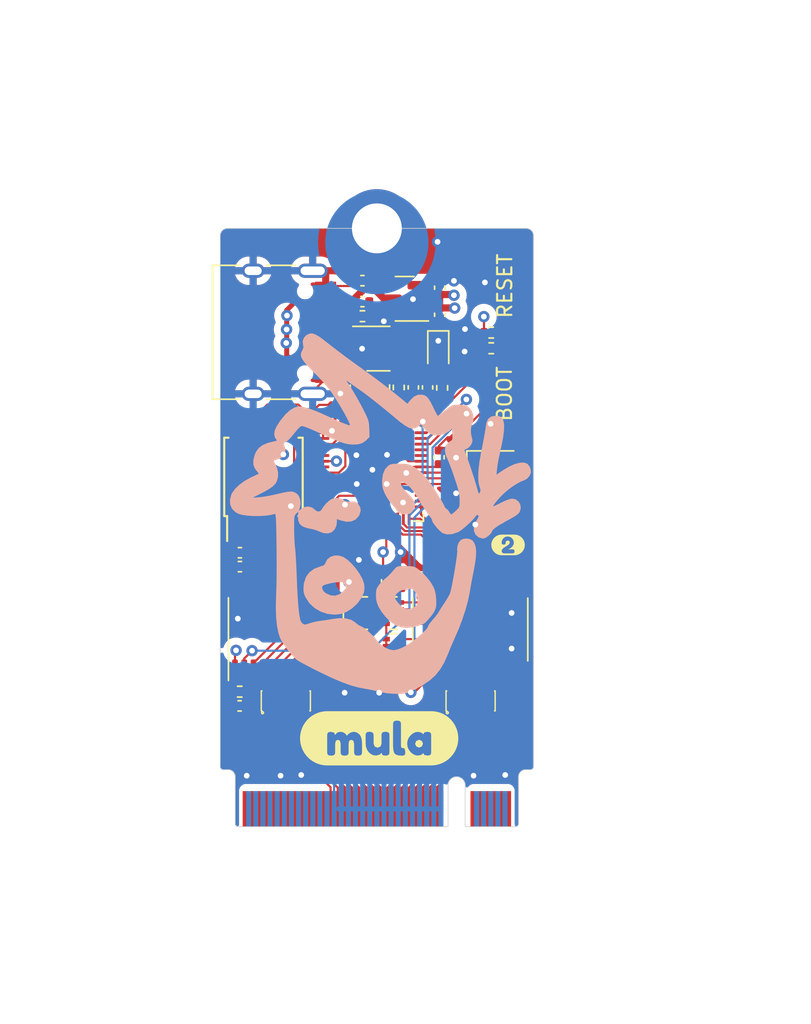
<source format=kicad_pcb>
(kicad_pcb (version 20221018) (generator pcbnew)
  (layers (0 "F.Cu" signal) (1 "In1.Cu" signal) (2 "In2.Cu" signal) (31 "B.Cu" signal) (34 "B.Paste" user) (35 "F.Paste" user) (36 "B.SilkS" user "B.Silkscreen") (37 "F.SilkS" user "F.Silkscreen") (38 "B.Mask" user) (39 "F.Mask" user) (44 "Edge.Cuts" user))
  (net 0 "")
  (net 1 "GND")
  (net 2 "Net-(U102-XIN)")
  (net 3 "Net-(U102-XOUT)")
  (net 4 "/USBD_P")
  (net 5 "/USBD_N")
  (net 6 "+3V3")
  (net 7 "+5V")
  (net 8 "Net-(J101-CC1)")
  (net 10 "Net-(J101-CC2)")
  (net 12 "/IO4")
  (net 13 "/IO5")
  (net 14 "/IO6")
  (net 15 "/IO7")
  (net 16 "/xIO7")
  (net 17 "/xIO6")
  (net 18 "/xIO5")
  (net 19 "/xIO4")
  (net 20 "/IO8")
  (net 21 "/IO9")
  (net 22 "/IO10")
  (net 23 "/IO11")
  (net 24 "/xIO11")
  (net 25 "/xIO10")
  (net 26 "/xIO9")
  (net 27 "/xIO8")
  (net 28 "/IO12")
  (net 29 "/IO13")
  (net 30 "/IO14")
  (net 31 "/IO15")
  (net 32 "/xIO15")
  (net 33 "/xIO14")
  (net 34 "/xIO13")
  (net 35 "/xIO12")
  (net 36 "/IO0")
  (net 37 "/IO1")
  (net 38 "/IO2")
  (net 39 "/IO3")
  (net 40 "/xIO3")
  (net 41 "/xIO2")
  (net 42 "/xIO1")
  (net 43 "/xIO0")
  (net 44 "Net-(R101-Pad1)")
  (net 45 "Net-(U102-USB_DP)")
  (net 46 "Net-(U102-USB_DM)")
  (net 47 "Net-(U102-RUN)")
  (net 48 "/BANK1_DIR")
  (net 49 "/BANK2_DIR")
  (net 50 "/GPIO0")
  (net 51 "/GPIO1")
  (net 52 "/GPIO2")
  (net 53 "/GPIO3")
  (net 54 "/GPIO4")
  (net 55 "/GPIO5")
  (net 56 "/GPIO6")
  (net 57 "/GPIO7")
  (net 58 "/GPIO8")
  (net 59 "/GPIO9")
  (net 60 "/GPIO10")
  (net 61 "/GPIO11")
  (net 62 "/GPIO12")
  (net 63 "/GPIO13")
  (net 64 "/GPIO14")
  (net 65 "/GPIO15")
  (net 66 "Net-(U102-VREG_VOUT)")
  (net 80 "/QSPI_CS")
  (net 81 "/QSPI_D1")
  (net 82 "/QSPI_D2")
  (net 83 "/QSPI_D0")
  (net 84 "/QSPI_CLK")
  (net 85 "/QSPI_D3")
  (net 88 "Net-(D101-A)")
  (net 89 "Net-(U102-GPIO18)")
  (footprint "Fiducial:Fiducial_0.5mm_Mask1mm" (layer "F.Cu") (at 129.875 109.05)
    (fp_text reference "FID102" hide)
    (fp_text value "Fiducial")
  )
  (footprint "Capacitor_SMD:C_0402_1005Metric" (layer "F.Cu") (at 130.35 105.425)
    (fp_text reference "C115" hide)
    (fp_text value "100n")
  )
  (footprint "Diode_SMD:D_0603_1608Metric" (layer "F.Cu") (at 144.3 80.5875 -90)
    (fp_text reference "D101" hide)
    (fp_text value "LED")
  )
  (footprint "matei:TS-1187A-B-A-B" (layer "F.Cu") (at 148.045 75.97 90)
    (fp_text reference "SW102" hide)
    (fp_text value "RESET")
  )
  (footprint "Resistor_SMD:R_0402_1005Metric" (layer "F.Cu") (at 141.525 83.075 -90)
    (fp_text reference "R105" hide)
    (fp_text value "27R")
  )
  (footprint "Capacitor_SMD:C_0402_1005Metric" (layer "F.Cu") (at 148.725 92.175)
    (fp_text reference "C101" hide)
    (fp_text value "20p")
  )
  (footprint "Resistor_SMD:R_0402_1005Metric" (layer "F.Cu") (at 140.5 83.05 -90)
    (fp_text reference "R104" hide)
    (fp_text value "27R")
  )
  (footprint "kibuzzard-64C8408B" (layer "F.Cu") (at 149.2 94.125)
    (fp_text reference "kibuzzard-64C8408B" hide)
    (fp_text value "G***" hide)
  )
  (footprint "Package_SO:TSSOP-24_4.4x7.8mm_P0.65mm" (layer "F.Cu") (at 146.55 100.0625 90)
    (fp_text reference "U106" hide)
    (fp_text value "SN74LVC4245")
  )
  (footprint "matei:M.2-B-KEY" (layer "F.Cu") (at 139.9875 113.905)
    (fp_text reference "J102" hide)
    (fp_text value "M.2" hide)
    (fp_line (start -11 -41.5) (end -11 -4.2) (stroke (width 0.05)) (layer "Edge.Cuts"))
    (fp_line (start -10.8 -4) (end -10.45 -4) (stroke (width 0.05)) (layer "Edge.Cuts"))
    (fp_line (start -9.95 -3.5) (end -9.95 -0.2) (stroke (width 0.05)) (layer "Edge.Cuts"))
    (fp_line (start -9.75 0) (end 5 0) (stroke (width 0.05)) (layer "Edge.Cuts"))
    (fp_line (start 5 -2.9) (end 5 0) (stroke (width 0.05)) (layer "Edge.Cuts"))
    (fp_line (start 6.2 -2.9) (end 6.2 0) (stroke (width 0.05)) (layer "Edge.Cuts"))
    (fp_line (start 6.2 0) (end 9.75 0) (stroke (width 0.05)) (layer "Edge.Cuts"))
    (fp_line (start 9.95 -0.2) (end 9.95 -3.5) (stroke (width 0.05)) (layer "Edge.Cuts"))
    (fp_line (start 10.45 -4) (end 10.8 -4) (stroke (width 0.05)) (layer "Edge.Cuts"))
    (fp_line (start 10.5 -42) (end -10.5 -42) (stroke (width 0.05)) (layer "Edge.Cuts"))
    (fp_line (start 11 -4.2) (end 11 -41.5) (stroke (width 0.05)) (layer "Edge.Cuts"))
    (fp_arc (start -11 -41.5) (mid -10.853553 -41.853553) (end -10.5 -42) (stroke (width 0.05)) (layer "Edge.Cuts"))
    (fp_arc (start -10.8 -4) (mid -10.941421 -4.058579) (end -11 -4.2) (stroke (width 0.05)) (layer "Edge.Cuts"))
    (fp_arc (start -10.45 -4) (mid -10.096447 -3.853553) (end -9.95 -3.5) (stroke (width 0.05)) (layer "Edge.Cuts"))
    (fp_arc (start -9.75 0) (mid -9.891421 -0.058579) (end -9.95 -0.2) (stroke (width 0.05)) (layer "Edge.Cuts"))
    (fp_arc (start 5 -2.9) (mid 5.175736 -3.324264) (end 5.6 -3.5) (stroke (width 0.05)) (layer "Edge.Cuts"))
    (fp_arc (start 5.6 -3.5) (mid 6.024264 -3.324264) (end 6.2 -2.9) (stroke (width 0.05)) (layer "Edge.Cuts"))
    (fp_arc (start 9.95 -3.5) (mid 10.096447 -3.853553) (end 10.45 -4) (stroke (width 0.05)) (layer "Edge.Cuts"))
    (fp_arc (start 9.95 -0.2) (mid 9.891421 -0.058579) (end 9.75 0) (stroke (width 0.05)) (layer "Edge.Cuts"))
    (fp_arc (start 10.5 -42) (mid 10.853553 -41.853553) (end 11 -41.5) (stroke (width 0.05)) (layer "Edge.Cuts"))
    (fp_arc (start 11 -4.2) (mid 10.941421 -4.058579) (end 10.8 -4) (stroke (width 0.05)) (layer "Edge.Cuts"))
  )
  (footprint "Capacitor_SMD:C_0402_1005Metric" (layer "F.Cu") (at 144.4 76.07 90)
    (fp_text reference "C114" hide)
    (fp_text value "4u7")
  )
  (footprint "Package_SO:SOIC-8W_5.3x5.3mm_P1.27mm" (layer "F.Cu") (at 132.025 89.35 90)
    (fp_text reference "U101" hide)
    (fp_text value "W25Q128JVS")
  )
  (footprint "Resistor_SMD:R_0402_1005Metric" (layer "F.Cu") (at 130.355 104.425)
    (fp_text reference "R107" hide)
    (fp_text value "10k")
  )
  (footprint "Package_TO_SOT_SMD:SOT-23" (layer "F.Cu") (at 141.9375 76.845 180)
    (fp_text reference "U104" hide)
    (fp_text value "XC6206")
  )
  (footprint "Resistor_SMD:R_0402_1005Metric" (layer "F.Cu") (at 144.575 83.1 90)
    (fp_text reference "R109" hide)
    (fp_text value "10k")
  )
  (footprint "Capacitor_SMD:C_0402_1005Metric" (layer "F.Cu") (at 130.37 95.65 180)
    (fp_text reference "C105" hide)
    (fp_text value "100n")
  )
  (footprint "Resistor_SMD:R_0402_1005Metric" (layer "F.Cu") (at 138.4925 83.065 -90)
    (fp_text reference "R103" hide)
    (fp_text value "5k1")
  )
  (footprint "Package_SO:TSSOP-24_4.4x7.8mm_P0.65mm" (layer "F.Cu") (at 133.6 100.0375 90)
    (fp_text reference "U105" hide)
    (fp_text value "SN74LVC4245")
  )
  (footprint "matei:TS-1187A-B-A-B" (layer "F.Cu") (at 148.02 83.57 90)
    (fp_text reference "SW101" hide)
    (fp_text value "BOOT")
  )
  (footprint "Capacitor_SMD:C_0402_1005Metric" (layer "F.Cu") (at 130.37 94.675 180)
    (fp_text reference "C106" hide)
    (fp_text value "100n")
  )
  (footprint "Capacitor_SMD:C_0402_1005Metric" (layer "F.Cu") (at 142.55 83.07 -90)
    (fp_text reference "C103" hide)
    (fp_text value "47p")
  )
  (footprint "Capacitor_SMD:C_0402_1005Metric" (layer "F.Cu") (at 141.675 96.675 -90)
    (fp_text reference "C112" hide)
    (fp_text value "100n")
  )
  (footprint "Capacitor_SMD:C_0402_1005Metric" (layer "F.Cu") (at 139.4825 83.055 -90)
    (fp_text reference "C104" hide)
    (fp_text value "47p")
  )
  (footprint "Resistor_SMD:R_0402_1005Metric" (layer "F.Cu") (at 148.02 79.22)
    (fp_text reference "R106" hide)
    (fp_text value "10k")
  )
  (footprint "Fiducial:Fiducial_0.5mm_Mask1mm" (layer "F.Cu") (at 150.125 109.075)
    (fp_text reference "FID103" hide)
    (fp_text value "Fiducial")
  )
  (footprint "easyeda2kicad:UDFN-16_L3.3-W1.4-P0.40-BL-EP" (layer "F.Cu") (at 133.6 105.075)
    (fp_text reference "L101" hide)
    (fp_text value "IP4252CZ16-8-TTL,1")
  )
  (footprint "Capacitor_SMD:C_0402_1005Metric" (layer "F.Cu") (at 140.675 96.675 -90)
    (fp_text reference "C107" hide)
    (fp_text value "100n")
  )
  (footprint "Package_TO_SOT_SMD:SOT-23-6" (layer "F.Cu") (at 140.1 80.345)
    (fp_text reference "U103" hide)
    (fp_text value "SRV05-4")
  )
  (footprint "Resistor_SMD:R_Array_Concave_4x0402" (layer "F.Cu") (at 141.15 98.9125 180)
    (fp_text reference "RN101" hide)
    (fp_text value "150k")
  )
  (footprint "Capacitor_SMD:C_0402_1005Metric" (layer "F.Cu") (at 148.15 86.85 180)
    (fp_text reference "C102" hide)
    (fp_text value "20p")
  )
  (footprint "Resistor_SMD:R_0402_1005Metric" (layer "F.Cu") (at 148.02 80.32 180)
    (fp_text reference "R101" hide)
    (fp_text value "1k")
  )
  (footprint "Resistor_SMD:R_Array_Concave_4x0402" (layer "F.Cu") (at 139.075 98.9125)
    (fp_text reference "RN104" hide)
    (fp_text value "150k")
  )
  (footprint "Capacitor_SMD:C_0402_1005Metric" (layer "F.Cu") (at 143.55 83.07 90)
    (fp_text reference "C111" hide)
    (fp_text value "100n")
  )
  (footprint "Capacitor_SMD:C_0402_1005Metric" (layer "F.Cu") (at 144.35 87.975 90)
    (fp_text reference "C109" hide)
    (fp_text value "100n")
  )
  (footprint "Capacitor_SMD:C_0402_1005Metric" (layer "F.Cu") (at 138.975 77.045)
    (fp_text reference "C110" hide)
    (fp_text value "1u")
  )
  (footprint "easyeda2kicad:UDFN-16_L3.3-W1.4-P0.40-BL-EP" (layer "F.Cu") (at 146.575 105.075)
    (fp_text reference "L102" hide)
    (fp_text value "IP4252CZ16-8-TTL,1")
  )
  (footprint "kibuzzard-64C5EFF0" (layer "F.Cu") (at 140.15 107.7)
    (fp_text reference "kibuzzard-64C5EFF0" hide)
    (fp_text value "G***" hide)
  )
  (footprint "Crystal:Crystal_SMD_3225-4Pin_3.2x2.5mm" (layer "F.Cu") (at 147.95 89.525 -90)
    (fp_text reference "Y101" hide)
    (fp_text value "12MHz")
  )
  (footprint "Resistor_SMD:R_Array_Concave_4x0402" (layer "F.Cu") (at 139.075 101.4875)
    (fp_text reference "RN102" hide)
    (fp_text value "150k")
  )
  (footprint "Fiducial:Fiducial_0.5mm_Mask1mm" (layer "F.Cu") (at 129.95 72.875)
    (fp_text reference "FID101" hide)
    (fp_text value "Fiducial")
  )
  (footprint "Resistor_SMD:R_0402_1005Metric" (layer "F.Cu") (at 138.975 78.07)
    (fp_text reference "R102" hide)
    (fp_text value "5k1")
  )
  (footprint "Resistor_SMD:R_0402_1005Metric" (layer "F.Cu") (at 141.125 103.45)
    (fp_text reference "R108" hide)
    (fp_text value "10k")
  )
  (footprint "Package_DFN_QFN:QFN-56-1EP_7x7mm_P0.4mm_EP3.2x3.2mm" (layer "F.Cu") (at 139.65 88.85 90)
    (fp_text reference "U102" hide)
    (fp_text value "RP2040")
  )
  (footprint "Capacitor_SMD:C_0402_1005Metric" (layer "F.Cu") (at 139.195 103.45 180)
    (fp_text reference "C116" hide)
    (fp_text value "100n")
  )
  (footprint "Capacitor_SMD:C_0402_1005Metric" (layer "F.Cu") (at 138.975 75.575 180)
    (fp_text reference "C108" hide)
    (fp_text value "4u7")
  )
  (footprint "Capacitor_SMD:C_0402_1005Metric" (layer "F.Cu") (at 144.4 77.97 -90)
    (fp_text reference "C113" hide)
    (fp_text value "1u")
  )
  (footprint "Resistor_SMD:R_Array_Concave_4x0402" (layer "F.Cu") (at 141.15 101.4875 180)
    (fp_text reference "RN103" hide)
    (fp_text value "150k")
  )
  (footprint "Connector_USB:USB_C_Receptacle_HRO_TYPE-C-31-M-12" (layer "F.Cu") (at 132.35 79.2 -90)
    (fp_text reference "J101" hide)
    (fp_text value "USB_C_Receptacle_USB2.0")
  )
  (footprint "LOGO" (layer "B.Cu") (at 139.9875 91.655 180)
    (fp_text reference "G***" hide)
    (fp_text value "LOGO" hide)
  )
  (segment (start 138.4 103.45) (end 137.85 102.9) (width 0.15) (layer "F.Cu") (net 1))
  (segment (start 145.4 74.875) (end 146.17 74.105) (width 0.15) (layer "F.Cu") (net 1))
  (segment (start 147.1 90.625) (end 145.675 90.625) (width 0.15) (layer "F.Cu") (net 1))
  (segment (start 139.485 78.07) (end 140.12 78.07) (width 0.15) (layer "F.Cu") (net 1))
  (segment (start 144.4 78.45) (end 144.92 78.97) (width 0.15) (layer "F.Cu") (net 1))
  (segment (start 146.575 105.075) (end 148.725 105.075) (width 0.25) (layer "F.Cu") (net 1))
  (segment (start 143.88033 96.1875) (end 144.275 96.58217) (width 0.25) (layer "F.Cu") (net 1))
  (segment (start 143.375 79.8) (end 144.3 79.8) (width 0.15) (layer "F.Cu") (net 1))
  (segment (start 144.3 79.8) (end 144.92 79.18) (width 0.15) (layer "F.Cu") (net 1))
  (segment (start 129.89 95.65) (end 129.175 96.365) (width 0.25) (layer "F.Cu") (net 1))
  (segment (start 138.495 75.575) (end 138.12 75.95) (width 0.15) (layer "F.Cu") (net 1))
  (segment (start 143.0875 89.85) (end 144.9 89.85) (width 0.15) (layer "F.Cu") (net 1))
  (segment (start 144.35 87.495) (end 144.35 87.175) (width 0.15) (layer "F.Cu") (net 1))
  (segment (start 146.175 78.975) (end 146.17 78.97) (width 0.15) (layer "F.Cu") (net 1))
  (segment (start 135.48 83.52) (end 135.48 83.365) (width 0.15) (layer "F.Cu") (net 1))
  (segment (start 144.955 86.57) (end 146.145 86.57) (width 0.15) (layer "F.Cu") (net 1))
  (segment (start 141.6505 94.9755) (end 142.8625 96.1875) (width 0.25) (layer "F.Cu") (net 1))
  (segment (start 144.275 96.58217) (end 144.275 97.2) (width 0.25) (layer "F.Cu") (net 1))
  (segment (start 131.05 98.525) (end 131.325 98.25) (width 0.25) (layer "F.Cu") (net 1))
  (segment (start 136.395 82.45) (end 137.3675 82.45) (width 0.15) (layer "F.Cu") (net 1))
  (segment (start 138.5325 83.535) (end 138.4925 83.575) (width 0.15) (layer "F.Cu") (net 1))
  (segment (start 142.8625 96.1875) (end 143.88033 96.1875) (width 0.25) (layer "F.Cu") (net 1))
  (segment (start 142.875 77.225) (end 142.525 76.875) (width 0.15) (layer "F.Cu") (net 1))
  (segment (start 142.975 82.015) (end 142.975 80.2) (width 0.15) (layer "F.Cu") (net 1))
  (segment (start 129.175 98.125) (end 129.575 98.525) (width 0.25) (layer "F.Cu") (net 1))
  (segment (start 139.4825 83.535) (end 138.5325 83.535) (width 0.15) (layer "F.Cu") (net 1))
  (segment (start 141.6505 94.625) (end 141.6505 94.9755) (width 0.25) (layer "F.Cu") (net 1))
  (segment (start 135.48 83.52) (end 137.4005 83.52) (width 0.15) (layer "F.Cu") (net 1))
  (segment (start 141.925 97.155) (end 140.68 97.155) (width 0.15) (layer "F.Cu") (net 1))
  (segment (start 146.145 86.57) (end 146.145 87.405) (width 0.15) (layer "F.Cu") (net 1))
  (segment (start 142.875 77.795) (end 142.875 77.225) (width 0.15) (layer "F.Cu") (net 1))
  (segment (start 146.145 80.57) (end 146.145 80.555) (width 0.15) (layer "F.Cu") (net 1))
  (segment (start 146.15 80.55) (end 146.145 80.545) (width 0.15) (layer "F.Cu") (net 1))
  (segment (start 129.575 98.525) (end 131.05 98.525) (width 0.25) (layer "F.Cu") (net 1))
  (segment (start 133.93 93) (end 133.93 91.42) (width 0.15) (layer "F.Cu") (net 1))
  (segment (start 129.89 95.65) (end 129.89 94.675) (width 0.25) (layer "F.Cu") (net 1))
  (segment (start 137.4005 83.52) (end 137.425 83.4955) (width 0.15) (layer "F.Cu") (net 1))
  (segment (start 144.35 87.175) (end 144.955 86.57) (width 0.15) (layer "F.Cu") (net 1))
  (segment (start 131.325 98.25) (end 131.325 97.175) (width 0.25) (layer "F.Cu") (net 1))
  (segment (start 138.495 75.575) (end 137.8 74.88) (width 0.15) (layer "F.Cu") (net 1))
  (segment (start 137.725 104.5) (end 137.175 103.95) (width 0.15) (layer "F.Cu") (net 1))
  (segment (start 138.12 75.95) (end 136.395 75.95) (width 0.15) (layer "F.Cu") (net 1))
  (segment (start 148.63 86.28) (end 148.63 86.85) (width 0.15) (layer "F.Cu") (net 1))
  (segment (start 145.675 90.625) (end 145.55 90.5) (width 0.15) (layer "F.Cu") (net 1))
  (segment (start 144.9 89.85) (end 145.55 90.5) (width 0.15) (layer "F.Cu") (net 1))
  (segment (start 139.455 77.045) (end 139.455 78.04) (width 0.15) (layer "F.Cu") (net 1))
  (segment (start 150.125 97.2) (end 150.125 98.225) (width 0.25) (layer "F.Cu") (net 1))
  (segment (start 143.0875 89.85) (end 140.675 89.85) (width 0.15) (layer "F.Cu") (net 1))
  (segment (start 137.175 96.691116) (end 138.691116 95.175) (width 0.15) (layer "F.Cu") (net 1))
  (segment (start 142.875 77.795) (end 143.745 77.795) (width 0.15) (layer "F.Cu") (net 1))
  (segment (start 145.4 75.59) (end 144.4 75.59) (width 0.15) (layer "F.Cu") (net 1))
  (segment (start 144.92 78.97) (end 146.175 78.975) (width 0.15) (layer "F.Cu") (net 1))
  (segment (start 140.12 78.07) (end 140.475 78.425) (width 0.15) (layer "F.Cu") (net 1))
  (segment (start 145.4 75.59) (end 145.4 74.875) (width 0.15) (layer "F.Cu") (net 1))
  (segment (start 137.8 74.88) (end 135.48 74.88) (width 0.15) (layer "F.Cu") (net 1))
  (segment (start 142.975 80.2) (end 143.375 79.8) (width 0.15) (layer "F.Cu") (net 1))
  (segment (start 137.725 104.5) (end 140.15 104.5) (width 0.15) (layer "F.Cu") (net 1))
  (segment (start 139.455 78.04) (end 139.485 78.07) (width 0.15) (layer "F.Cu") (net 1))
  (segment (start 147.975 85.625) (end 148.63 86.28) (width 0.15) (layer "F.Cu") (net 1))
  (segment (start 144.92 79.18) (end 144.92 78.97) (width 0.15) (layer "F.Cu") (net 1))
  (segment (start 146.145 87.405) (end 145.55 88) (width 0.15) (layer "F.Cu") (net 1))
  (segment (start 146.145 80.555) (end 146.15 80.55) (width 0.15) (layer "F.Cu") (net 1))
  (segment (start 137.85 102.9) (end 137.175 102.9) (width 0.15) (layer "F.Cu") (net 1))
  (segment (start 133.6 105.075) (end 135.6 105.075) (width 0.25) (layer "F.Cu") (net 1))
  (segment (start 146.145 78.995) (end 146.17 78.97) (width 0.15) (layer "F.Cu") (net 1))
  (segment (start 137.175 97.175) (end 137.175 96.691116) (width 0.15) (layer "F.Cu") (net 1))
  (segment (start 146.17 74.105) (end 146.17 72.97) (width 0.15) (layer "F.Cu") (net 1))
  (segment (start 137.175 102.9) (end 136.525 102.9) (width 0.15) (layer "F.Cu") (net 1))
  (segment (start 150.125 102.925) (end 150.125 102.075) (width 0.25) (layer "F.Cu") (net 1))
  (segment (start 143.55 82.59) (end 142.975 82.015) (width 0.15) (layer "F.Cu") (net 1))
  (segment (start 143.745 77.795) (end 144.4 78.45) (width 0.15) (layer "F.Cu") (net 1))
  (segment (start 142.55 83.55) (end 142.59 83.55) (width 0.15) (layer "F.Cu") (net 1))
  (segment (start 138.715 103.45) (end 138.4 103.45) (width 0.15) (layer "F.Cu") (net 1))
  (segment (start 150.125 102.075) (end 149.45 101.4) (width 0.25) (layer "F.Cu") (net 1))
  (segment (start 142.59 83.55) (end 143.55 82.59) (width 0.15) (layer "F.Cu") (net 1))
  (segment (start 140.675 89.85) (end 140.65 89.85) (width 0.15) (layer "F.Cu") (net 1))
  (segment (start 146.575 105.075) (end 144.35 105.075) (width 0.25) (layer "F.Cu") (net 1))
  (segment (start 137.175 103.95) (end 137.175 102.9) (width 0.15) (layer "F.Cu") (net 1))
  (segment (start 133.6 105.075) (end 131.825 105.075) (width 0.25) (layer "F.Cu") (net 1))
  (segment (start 129.175 96.365) (end 129.175 98.125) (width 0.25) (layer "F.Cu") (net 1))
  (segment (start 137.3675 82.45) (end 138.4925 83.575) (width 0.15) (layer "F.Cu") (net 1))
  (segment (start 135.48 83.365) (end 136.395 82.45) (width 0.15) (layer "F.Cu") (net 1))
  (segment (start 133.93 91.42) (end 133.95 91.4) (width 0.15) (layer "F.Cu") (net 1))
  (segment (start 138.691116 95.175) (end 138.725 95.175) (width 0.15) (layer "F.Cu") (net 1))
  (segment (start 150.125 98.225) (end 149.45 98.9) (width 0.25) (layer "F.Cu") (net 1))
  (via (at 140.15 104.5) (size 0.8) (drill 0.4) (layers "F.Cu" "B.Cu") (net 1))
  (via (at 134.675 110.275) (size 0.8) (drill 0.4) (layers "F.Cu" "B.Cu") (net 1))
  (via (at 146.15 80.55) (size 0.8) (drill 0.4) (layers "F.Cu" "B.Cu") (net 1))
  (via (at 146.775 110.325) (size 0.8) (drill 0.4) (layers "F.Cu" "B.Cu") (net 1))
  (via (at 138.95 80.35) (size 0.8) (drill 0.4) (layers "F.Cu" "B.Cu") (net 1))
  (via (at 146.175 78.975) (size 0.8) (drill 0.4) (layers "F.Cu" "B.Cu") (net 1))
  (via (at 145.4 75.59) (size 0.8) (drill 0.4) (layers "F.Cu" "B.Cu") (net 1))
  (via (at 147.575 75.7) (size 0.8) (drill 0.4) (layers "F.Cu" "B.Cu") (net 1))
  (via (at 149 110.275) (size 0.8) (drill 0.4) (layers "F.Cu" "B.Cu") (net 1))
  (via (at 141.6505 94.625) (size 0.8) (drill 0.4) (layers "F.Cu" "B.Cu") (net 1))
  (via (at 145.55 88) (size 0.8) (drill 0.4) (layers "F.Cu" "B.Cu") (net 1))
  (via (at 138.575 89.85) (size 0.8) (drill 0.4) (layers "F.Cu" "B.Cu") (net 1))
  (via (at 149.45 98.9) (size 0.8) (drill 0.4) (layers "F.Cu" "B.Cu") (net 1))
  (via (at 140.475 78.425) (size 0.8) (drill 0.4) (layers "F.Cu" "B.Cu") (net 1))
  (via (at 140.7 87.8) (size 0.8) (drill 0.4) (layers "F.Cu" "B.Cu") (net 1))
  (via (at 138.725 95.175) (size 0.8) (drill 0.4) (layers "F.Cu" "B.Cu") (net 1))
  (via (at 149.45 101.4) (size 0.8) (drill 0.4) (layers "F.Cu" "B.Cu") (net 1))
  (via (at 146.9 92.7) (size 0.8) (drill 0.4) (layers "F.Cu" "B.Cu") (net 1))
  (via (at 144.3 79.8) (size 0.8) (drill 0.4) (layers "F.Cu" "B.Cu") (net 1))
  (via (at 140.675 89.85) (size 0.8) (drill 0.4) (layers "F.Cu" "B.Cu") (net 1))
  (via (at 144.25 72.85) (size 0.8) (drill 0.4) (layers "F.Cu" "B.Cu") (net 1))
  (via (at 130.85 110.325) (size 0.8) (drill 0.4) (layers "F.Cu" "B.Cu") (net 1))
  (via (at 139.675 88.85) (size 0.8) (drill 0.4) (layers "F.Cu" "B.Cu") (net 1))
  (via (at 137.425 83.4955) (size 0.8) (drill 0.4) (layers "F.Cu" "B.Cu") (net 1))
  (via (at 133.225 110.325) (size 0.8) (drill 0.4) (layers "F.Cu" "B.Cu") (net 1))
  (via (at 142.525 76.875) (size 0.8) (drill 0.4) (layers "F.Cu" "B.Cu") (net 1))
  (via (at 145.55 90.5) (size 0.8) (drill 0.4) (layers "F.Cu" "B.Cu") (net 1))
  (via (at 138.55 87.825) (size 0.8) (drill 0.4) (layers "F.Cu" "B.Cu") (net 1))
  (via (at 133.95 91.4) (size 0.8) (drill 0.4) (layers "F.Cu" "B.Cu") (net 1))
  (via (at 147.975 85.625) (size 0.8) (drill 0.4) (layers "F.Cu" "B.Cu") (net 1))
  (via (at 130.225 99.3) (size 0.8) (drill 0.4) (layers "F.Cu" "B.Cu") (net 1))
  (via (at 137.725 104.5) (size 0.8) (drill 0.4) (layers "F.Cu" "B.Cu") (net 1))
  (segment (start 136.375 110.275) (end 136.9875 110.8875) (width 0.15) (layer "B.Cu") (net 1))
  (segment (start 134.675 110.275) (end 136.375 110.275) (width 0.15) (layer "B.Cu") (net 1))
  (segment (start 136.9875 110.8875) (end 136.9875 112.655) (width 0.15) (layer "B.Cu") (net 1))
  (segment (start 149.205 92.175) (end 149.205 91.03) (width 0.15) (layer "F.Cu") (net 2))
  (segment (start 149.205 91.03) (end 148.8 90.625) (width 0.15) (layer "F.Cu") (net 2))
  (segment (start 147.625 89.45) (end 148.8 90.625) (width 0.15) (layer "F.Cu") (net 2))
  (segment (start 143.0875 89.45) (end 147.625 89.45) (width 0.15) (layer "F.Cu") (net 2))
  (segment (start 147.1 87.42) (end 147.67 86.85) (width 0.15) (layer "F.Cu") (net 3))
  (segment (start 147.1 88.425) (end 147.1 87.42) (width 0.15) (layer "F.Cu") (net 3))
  (segment (start 146.475 89.05) (end 147.1 88.425) (width 0.15) (layer "F.Cu") (net 3))
  (segment (start 143.0875 89.05) (end 146.475 89.05) (width 0.15) (layer "F.Cu") (net 3))
  (segment (start 140.465 82.575) (end 140.5 82.54) (width 0.15) (layer "F.Cu") (net 4))
  (segment (start 138.9625 81.295) (end 138.9625 82.055) (width 0.15) (layer "F.Cu") (net 4))
  (segment (start 135.2575 79.1625) (end 135.2575 79.7375) (width 0.15) (layer "F.Cu") (net 4))
  (segment (start 137.625 79.95) (end 137.9 80.225) (width 0.15) (layer "F.Cu") (net 4))
  (segment (start 135.47 79.95) (end 136.395 79.95) (width 0.15) (layer "F.Cu") (net 4))
  (segment (start 135.47 78.95) (end 135.2575 79.1625) (width 0.15) (layer "F.Cu") (net 4))
  (segment (start 137.9 80.546041) (end 138.648959 81.295) (width 0.15) (layer "F.Cu") (net 4))
  (segment (start 137.9 80.225) (end 137.9 80.546041) (width 0.15) (layer "F.Cu") (net 4))
  (segment (start 138.648959 81.295) (end 138.9625 81.295) (width 0.15) (layer "F.Cu") (net 4))
  (segment (start 138.9625 82.055) (end 139.4825 82.575) (width 0.15) (layer "F.Cu") (net 4))
  (segment (start 139.4825 82.575) (end 140.465 82.575) (width 0.15) (layer "F.Cu") (net 4))
  (segment (start 136.395 79.95) (end 137.625 79.95) (width 0.15) (layer "F.Cu") (net 4))
  (segment (start 135.2575 79.7375) (end 135.47 79.95) (width 0.15) (layer "F.Cu") (net 4))
  (segment (start 136.395 78.95) (end 135.47 78.95) (width 0.15) (layer "F.Cu") (net 4))
  (segment (start 136.395 78.45) (end 137.5375 78.45) (width 0.15) (layer "F.Cu") (net 5))
  (segment (start 140.007586 81.507586) (end 140.37 81.87) (width 0.15) (layer "F.Cu") (net 5))
  (segment (start 137.5375 79.45) (end 136.395 79.45) (width 0.15) (layer "F.Cu") (net 5))
  (segment (start 140.007586 80.126545) (end 140.007586 81.507586) (width 0.15) (layer "F.Cu") (net 5))
  (segment (start 140.37 81.87) (end 140.83 81.87) (width 0.15) (layer "F.Cu") (net 5))
  (segment (start 140.83 81.87) (end 141.525 82.565) (width 0.15) (layer "F.Cu") (net 5))
  (segment (start 138.9625 79.395) (end 139.276041 79.395) (width 0.15) (layer "F.Cu") (net 5))
  (segment (start 142.525 82.565) (end 142.55 82.59) (width 0.15) (layer "F.Cu") (net 5))
  (segment (start 139.276041 79.395) (end 140.007586 80.126545) (width 0.15) (layer "F.Cu") (net 5))
  (segment (start 137.775 79.2125) (end 137.5375 79.45) (width 0.15) (layer "F.Cu") (net 5))
  (segment (start 137.9575 79.395) (end 137.775 79.2125) (width 0.15) (layer "F.Cu") (net 5))
  (segment (start 137.5375 78.45) (end 137.775 78.6875) (width 0.15) (layer "F.Cu") (net 5))
  (segment (start 138.9625 79.395) (end 137.9575 79.395) (width 0.15) (layer "F.Cu") (net 5))
  (segment (start 141.525 82.565) (end 142.525 82.565) (width 0.15) (layer "F.Cu") (net 5))
  (segment (start 137.775 78.6875) (end 137.775 79.2125) (width 0.15) (layer "F.Cu") (net 5))
  (segment (start 140.675 96.195) (end 141.675 96.195) (width 0.15) (layer "F.Cu") (net 6))
  (segment (start 136.892268 86.11735) (end 136.904809 86.104809) (width 0.15) (layer "F.Cu") (net 6))
  (segment (start 141.675 96.195) (end 141.895 96.195) (width 0.15) (layer "F.Cu") (net 6))
  (segment (start 130.85 94.675) (end 130.8875 94.7125) (width 0.15) (layer "F.Cu") (net 6))
  (segment (start 141.895 96.195) (end 142.9 97.2) (width 0.15) (layer "F.Cu") (net 6))
  (segment (start 140.65 85.4125) (end 140.65 84.625) (width 0.15) (layer "F.Cu") (net 6))
  (segment (start 130.85 94.675) (end 130.85 95.65) (width 0.15) (layer "F.Cu") (net 6))
  (segment (start 140.675 96.195) (end 140.425 95.945) (width 0.15) (layer "F.Cu") (net 6))
  (segment (start 140.65 85.909619) (end 140.65 85.4125) (width 0.15) (layer "F.Cu") (net 6))
  (segment (start 130.675 95.825) (end 130.85 95.65) (width 0.15) (layer "F.Cu") (net 6))
  (segment (start 145.44 77.49) (end 145.45 77.5) (width 0.5) (layer "F.Cu") (net 6))
  (segment (start 142.875 75.895) (end 143.53 76.55) (width 0.5) (layer "F.Cu") (net 6))
  (segment (start 133.425 87.775) (end 131.67 87.775) (width 0.15) (layer "F.Cu") (net 6))
  (segment (start 131.67 87.775) (end 130.12 86.225) (width 0.15) (layer "F.Cu") (net 6))
  (segment (start 144.4 76.55) (end 145.35 76.55) (width 0.5) (layer "F.Cu") (net 6))
  (segment (start 141.149975 84.455) (end 141.454974 84.15) (width 0.15) (layer "F.Cu") (net 6))
  (segment (start 143.53 76.55) (end 144.4 76.55) (width 0.5) (layer "F.Cu") (net 6))
  (segment (start 143.0875 88.65) (end 144.155 88.65) (width 0.15) (layer "F.Cu") (net 6))
  (segment (start 140.434619 86.125) (end 140.65 85.909619) (width 0.15) (layer "F.Cu") (net 6))
  (segment (start 136.904809 86.104809) (end 137.05 85.959619) (width 0.15) (layer "F.Cu") (net 6))
  (segment (start 136.759619 86.25) (end 136.904809 86.104809) (width 0.15) (layer "F.Cu") (net 6))
  (segment (start 136.2125 88.25) (end 136.2125 88.65) (width 0.15) (layer "F.Cu") (net 6))
  (segment (start 140.82 84.455) (end 141.149975 84.455) (width 0.15) (layer "F.Cu") (net 6))
  (segment (start 136.904809 86.104809) (end 136.925 86.125) (width 0.15) (layer "F.Cu") (net 6))
  (segment (start 142.95 84.15) (end 143.55 83.55) (width 0.15) (layer "F.Cu") (net 6))
  (segment (start 130.8875 94.7125) (end 135.281556 94.7125) (width 0.15) (layer "F.Cu") (net 6))
  (segment (start 130.675 97.175) (end 130.675 95.825) (width 0.15) (layer "F.Cu") (net 6))
  (segment (start 136.925 86.125) (end 140.434619 86.125) (width 0.15) (layer "F.Cu") (net 6))
  (segment (start 142.9 97.2) (end 143.4 97.2) (width 0.15) (layer "F.Cu") (net 6))
  (segment (start 147.51 78.11) (end 147.5 78.1) (width 0.15) (layer "F.Cu") (net 6))
  (segment (start 130.12 86.225) (end 130.12 85.7) (width 0.15) (layer "F.Cu") (net 6))
  (segment (start 144.155 88.65) (end 144.35 88.455) (width 0.15) (layer "F.Cu") (net 6))
  (segment (start 137.05 92.944056) (end 137.05 92.2875) (width 0.15) (layer "F.Cu") (net 6))
  (segment (start 145.35 76.55) (end 145.4 76.6) (width 0.5) (layer "F.Cu") (net 6))
  (segment (start 137.05 92.2875) (end 137.05 91.861091) (width 0.15) (layer "F.Cu") (net 6))
  (segment (start 142.4755 88.65) (end 142.0505 89.075) (width 0.15) (layer "F.Cu") (net 6))
  (segment (start 140.65 94.4) (end 140.425 94.625) (width 0.15) (layer "F.Cu") (net 6))
  (segment (start 135.281556 94.7125) (end 137.05 92.944056) (width 0.15) (layer "F.Cu") (net 6))
  (segment (start 136.2125 86.25) (end 136.759619 86.25) (width 0.15) (layer "F.Cu") (net 6))
  (segment (start 147.51 79.22) (end 147.51 78.11) (width 0.15) (layer "F.Cu") (net 6))
  (segment (start 137.611091 91.3) (end 137.75 91.3) (width 0.15) (layer "F.Cu") (net 6))
  (segment (start 144.4 77.49) (end 145.44 77.49) (width 0.5) (layer "F.Cu") (net 6))
  (segment (start 144.4 77.49) (end 144.4 76.55) (width 0.5) (layer "F.Cu") (net 6))
  (segment (start 137.05 91.861091) (end 137.611091 91.3) (width 0.15) (layer "F.Cu") (net 6))
  (segment (start 140.65 84.625) (end 140.82 84.455) (width 0.15) (layer "F.Cu") (net 6))
  (segment (start 141.454974 84.15) (end 142.95 84.15) (width 0.15) (layer "F.Cu") (net 6))
  (segment (start 136.833308 86.11735) (end 136.892268 86.11735) (width 0.15) (layer "F.Cu") (net 6))
  (segment (start 137.05 85.959619) (end 137.05 85.4125) (width 0.15) (layer "F.Cu") (net 6))
  (segment (start 140.65 92.2875) (end 140.65 94.4) (width 0.15) (layer "F.Cu") (net 6))
  (segment (start 143.0875 88.65) (end 142.4755 88.65) (width 0.15) (layer "F.Cu") (net 6))
  (segment (start 136.2125 86.65) (end 136.2125 86.25) (width 0.15) (layer "F.Cu") (net 6))
  (segment (start 137.1505 88.245911) (end 136.616589 88.245911) (width 0.15) (layer "F.Cu") (net 6))
  (segment (start 140.425 95.945) (end 140.425 95.05) (width 0.15) (layer "F.Cu") (net 6))
  (segment (start 130.025 97.175) (end 130.675 97.175) (width 0.25) (layer "F.Cu") (net 6))
  (via (at 136.833308 86.11735) (size 0.8) (drill 0.4) (layers "F.Cu" "B.Cu") (net 6))
  (via (at 142.0505 89.075) (size 0.8) (drill 0.4) (layers "F.Cu" "B.Cu") (net 6))
  (via (at 137.75 91.3) (size 0.8) (drill 0.4) (layers "F.Cu" "B.Cu") (net 6))
  (via (at 145.45 77.5) (size 0.8) (drill 0.4) (layers "F.Cu" "B.Cu") (net 6))
  (via (at 140.425 94.625) (size 0.8) (drill 0.4) (layers "F.Cu" "B.Cu") (net 6))
  (via (at 133.425 87.775) (size 0.8) (drill 0.4) (layers "F.Cu" "B.Cu") (net 6))
  (via (at 145.4 76.6) (size 0.8) (drill 0.4) (layers "F.Cu" "B.Cu") (net 6))
  (via (at 137.1505 88.245911) (size 0.8) (drill 0.4) (layers "F.Cu" "B.Cu") (net 6))
  (via (at 147.5 78.1) (size 0.8) (drill 0.4) (layers "F.Cu" "B.Cu") (net 6))
  (segment (start 133.6575 78.875) (end 133.6575 77.975) (width 0.35) (layer "F.Cu") (net 7))
  (segment (start 133.6075 78.925) (end 133.6575 78.875) (width 0.35) (layer "F.Cu") (net 7))
  (segment (start 135.26066 81.34) (end 134.1725 81.34) (width 0.35) (layer "F.Cu") (net 7))
  (segment (start 134.2475 77.06) (end 135.26066 77.06) (width 0.35) (layer "F.Cu") (net 7))
  (segment (start 142.975 102.925) (end 142.955 102.905) (width 0.15) (layer "F.Cu") (net 7))
  (segment (start 139.575 102.2375) (end 139.575 103.35) (width 0.15) (layer "F.Cu") (net 7))
  (segment (start 139.575 98.1625) (end 139.575 102.2375) (width 0.15) (layer "F.Cu") (net 7))
  (segment (start 134.1725 81.34) (end 133.6575 80.825) (width 0.35) (layer "F.Cu") (net 7))
  (segment (start 141 77.675) (end 141 76.845) (width 0.15) (layer "F.Cu") (net 7))
  (segment (start 140.615 103.45) (end 139.675 103.45) (width 0.15) (layer "F.Cu") (net 7))
  (segment (start 133.6575 77.975) (end 133.6325 77.95) (width 0.35) (layer "F.Cu") (net 7))
  (segment (start 140.65 102.2375) (end 140.65 103.415) (width 0.15) (layer "F.Cu") (net 7))
  (segment (start 142.13217 79.69316) (end 142.13217 78.80717) (width 0.15) (layer "F.Cu") (net 7))
  (segment (start 138.495 77.045) (end 138.495 76.757807) (width 0.5) (layer "F.Cu") (net 7))
  (segment (start 141.48033 80.345) (end 142.13217 79.69316) (width 0.15) (layer "F.Cu") (net 7))
  (segment (start 138.025 96.725) (end 138.1375 96.725) (width 0.15) (layer "F.Cu") (net 7))
  (segment (start 135.57066 81.65) (end 135.26066 81.34) (width 0.35) (layer "F.Cu") (net 7))
  (segment (start 136.395 81.65) (end 135.57066 81.65) (width 0.35) (layer "F.Cu") (net 7))
  (segment (start 133.6325 77.95) (end 133.6575 77.925) (width 0.35) (layer "F.Cu") (net 7))
  (segment (start 136.395 76.75) (end 137.65 76.75) (width 0.5) (layer "F.Cu") (net 7))
  (segment (start 133.5825 79.875) (end 133.6575 79.8) (width 0.35) (layer "F.Cu") (net 7))
  (segment (start 138.495 76.757807) (end 139.455 75.797807) (width 0.5) (layer "F.Cu") (net 7))
  (segment (start 137.945 77.045) (end 138.495 77.045) (width 0.5) (layer "F.Cu") (net 7))
  (segment (start 138.1375 96.725) (end 139.575 98.1625) (width 0.15) (layer "F.Cu") (net 7))
  (segment (start 140.65 98.1625) (end 139.575 98.1625) (width 0.15) (layer "F.Cu") (net 7))
  (segment (start 140.65 103.415) (end 140.615 103.45) (width 0.15) (layer "F.Cu") (net 7))
  (segment (start 140.495 76.845) (end 141 76.845) (width 0.5) (layer "F.Cu") (net 7))
  (segment (start 139.455 75.797807) (end 139.455 75.575) (width 0.5) (layer "F.Cu") (net 7))
  (segment (start 130.025 102.9) (end 130.025 104.245) (width 0.15) (layer "F.Cu") (net 7))
  (segment (start 139.575 103.35) (end 139.675 103.45) (width 0.15) (layer "F.Cu") (net 7))
  (segment (start 133.6575 80.825) (end 133.6575 79.95) (width 0.35) (layer "F.Cu") (net 7))
  (segment (start 129.845 105.4) (end 129.87 105.425) (width 0.15) (layer "F.Cu") (net 7))
  (segment (start 130.025 101.6) (end 130.1 101.525) (width 0.15) (layer "F.Cu") (net 7))
  (segment (start 141.16 102.905) (end 140.615 103.45) (width 0.15) (layer "F.Cu") (net 7))
  (segment (start 135.26066 77.06) (end 135.57066 76.75) (width 0.35) (layer "F.Cu") (net 7))
  (segment (start 141.2375 80.345) (end 141.48033 80.345) (width 0.15) (layer "F.Cu") (net 7))
  (segment (start 140.65 98.1625) (end 140.65 102.2375) (width 0.15) (layer "F.Cu") (net 7))
  (segment (start 133.6575 77.65) (end 134.2475 77.06) (width 0.35) (layer "F.Cu") (net 7))
  (segment (start 133.6575 79.95) (end 133.5825 79.875) (width 0.35) (layer "F.Cu") (net 7))
  (segment (start 133.6575 78.975) (end 133.6075 78.925) (width 0.35) (layer "F.Cu") (net 7))
  (segment (start 130.025 104.245) (end 129.845 104.425) (width 0.15) (layer "F.Cu") (net 7))
  (segment (start 137.65 76.75) (end 137.945 77.045) (width 0.5) (layer "F.Cu") (net 7))
  (segment (start 139.455 75.805) (end 140.495 76.845) (width 0.5) (layer "F.Cu") (net 7))
  (segment (start 142.13217 78.80717) (end 141 77.675) (width 0.15) (layer "F.Cu") (net 7))
  (segment (start 133.6575 79.8) (end 133.6575 78.975) (width 0.35) (layer "F.Cu") (net 7))
  (segment (start 135.57066 76.75) (end 136.395 76.75) (width 0.35) (layer "F.Cu") (net 7))
  (segment (start 142.955 102.905) (end 141.16 102.905) (width 0.15) (layer "F.Cu") (net 7))
  (segment (start 130.025 102.9) (end 130.025 101.6) (width 0.15) (layer "F.Cu") (net 7))
  (segment (start 139.455 75.575) (end 139.455 75.805) (width 0.5) (layer "F.Cu") (net 7))
  (segment (start 133.6575 77.925) (end 133.6575 77.65) (width 0.35) (layer "F.Cu") (net 7))
  (segment (start 129.845 104.425) (end 129.845 105.4) (width 0.15) (layer "F.Cu") (net 7))
  (via (at 130.1 101.525) (size 0.8) (drill 0.4) (layers "F.Cu" "B.Cu") (net 7))
  (via (at 133.675 78.025) (size 0.8) (drill 0.4) (layers "F.Cu" "B.Cu") (net 7))
  (via (at 133.625 79.95) (size 0.8) (drill 0.4) (layers "F.Cu" "B.Cu") (net 7))
  (via (at 133.65 79) (size 0.8) (drill 0.4) (layers "F.Cu" "B.Cu") (net 7))
  (via (at 138.025 96.725) (size 0.8) (drill 0.4) (layers "F.Cu" "B.Cu") (net 7))
  (segment (start 136.395 77.95) (end 138.345 77.95) (width 0.15) (layer "F.Cu") (net 8))
  (segment (start 138.345 77.95) (end 138.465 78.07) (width 0.15) (layer "F.Cu") (net 8))
  (segment (start 137.95 81.4125) (end 137.95 82.0125) (width 0.15) (layer "F.Cu") (net 10))
  (segment (start 137.4875 80.95) (end 137.95 81.4125) (width 0.15) (layer "F.Cu") (net 10))
  (segment (start 136.395 80.95) (end 137.4875 80.95) (width 0.15) (layer "F.Cu") (net 10))
  (segment (start 137.95 82.0125) (end 138.4925 82.555) (width 0.15) (layer "F.Cu") (net 10))
  (segment (start 133.8 104.475) (end 133.8 103.025) (width 0.15) (layer "F.Cu") (net 12))
  (segment (start 138.575 100.7375) (end 135.611091 100.7375) (width 0.15) (layer "F.Cu") (net 12))
  (segment (start 133.925 102.423591) (end 133.925 102.9) (width 0.15) (layer "F.Cu") (net 12))
  (segment (start 133.8 103.025) (end 133.925 102.9) (width 0.15) (layer "F.Cu") (net 12))
  (segment (start 135.611091 100.7375) (end 133.925 102.423591) (width 0.15) (layer "F.Cu") (net 12))
  (segment (start 134.575 102.423591) (end 134.575 102.9) (width 0.15) (layer "F.Cu") (net 13))
  (segment (start 138.575 101.2375) (end 135.761091 101.2375) (width 0.15) (layer "F.Cu") (net 13))
  (segment (start 134.2 104.3) (end 134.575 103.925) (width 0.15) (layer "F.Cu") (net 13))
  (segment (start 134.575 103.925) (end 134.575 102.9) (width 0.15) (layer "F.Cu") (net 13))
  (segment (start 134.2 104.475) (end 134.2 104.3) (width 0.15) (layer "F.Cu") (net 13))
  (segment (start 135.761091 101.2375) (end 134.575 102.423591) (width 0.15) (layer "F.Cu") (net 13))
  (segment (start 135.961091 101.6875) (end 135.225 102.423591) (width 0.15) (layer "F.Cu") (net 14))
  (segment (start 135.225 103.65) (end 135.225 102.9) (width 0.15) (layer "F.Cu") (net 14))
  (segment (start 134.6 104.275) (end 135.225 103.65) (width 0.15) (layer "F.Cu") (net 14))
  (segment (start 134.6 104.475) (end 134.6 104.275) (width 0.15) (layer "F.Cu") (net 14))
  (segment (start 135.225 102.423591) (end 135.225 102.9) (width 0.15) (layer "F.Cu") (net 14))
  (segment (start 138.575 101.7375) (end 138.525 101.6875) (width 0.15) (layer "F.Cu") (net 14))
  (segment (start 138.525 101.6875) (end 135.961091 101.6875) (width 0.15) (layer "F.Cu") (net 14))
  (segment (start 135 104.475) (end 135 104.3) (width 0.15) (layer "F.Cu") (net 15))
  (segment (start 135 104.3) (end 135.875 103.425) (width 0.15) (layer "F.Cu") (net 15))
  (segment (start 137.709619 102.2375) (end 137.409619 101.9375) (width 0.15) (layer "F.Cu") (net 15))
  (segment (start 135.875 102.352881) (end 135.875 102.9) (width 0.15) (layer "F.Cu") (net 15))
  (segment (start 136.290381 101.9375) (end 135.875 102.352881) (width 0.15) (layer "F.Cu") (net 15))
  (segment (start 138.575 102.2375) (end 137.709619 102.2375) (width 0.15) (layer "F.Cu") (net 15))
  (segment (start 135.875 103.425) (end 135.875 102.9) (width 0.15) (layer "F.Cu") (net 15))
  (segment (start 137.409619 101.9375) (end 136.290381 101.9375) (width 0.15) (layer "F.Cu") (net 15))
  (segment (start 140.2375 111.1375) (end 140.2375 112.655) (width 0.15) (layer "F.Cu") (net 16))
  (segment (start 135 105.675) (end 135 105.9) (width 0.15) (layer "F.Cu") (net 16))
  (segment (start 135 105.9) (end 140.2375 111.1375) (width 0.15) (layer "F.Cu") (net 16))
  (segment (start 134.6 106) (end 139.7375 111.1375) (width 0.15) (layer "F.Cu") (net 17))
  (segment (start 134.6 105.675) (end 134.6 106) (width 0.15) (layer "F.Cu") (net 17))
  (segment (start 139.7375 111.1375) (end 139.7375 112.655) (width 0.15) (layer "F.Cu") (net 17))
  (segment (start 134.2 105.675) (end 134.2 106.1) (width 0.15) (layer "F.Cu") (net 18))
  (segment (start 134.2 106.1) (end 139.2375 111.1375) (width 0.15) (layer "F.Cu") (net 18))
  (segment (start 139.2375 111.1375) (end 139.2375 112.655) (width 0.15) (layer "F.Cu") (net 18))
  (segment (start 138.7375 111.1625) (end 138.7375 112.655) (width 0.15) (layer "F.Cu") (net 19))
  (segment (start 133.8 105.675) (end 133.8 106.225) (width 0.15) (layer "F.Cu") (net 19))
  (segment (start 133.8 106.225) (end 138.7375 111.1625) (width 0.15) (layer "F.Cu") (net 19))
  (segment (start 141.65 102.2375) (end 142.3375 102.2375) (width 0.15) (layer "F.Cu") (net 20))
  (segment (start 142.3375 102.2375) (end 142.6125 101.9625) (width 0.15) (layer "F.Cu") (net 20))
  (segment (start 142.6125 101.9625) (end 143.8375 101.9625) (width 0.15) (layer "F.Cu") (net 20))
  (segment (start 144.275 103.4) (end 145.175 104.3) (width 0.15) (layer "F.Cu") (net 20))
  (segment (start 143.8375 101.9625) (end 144.275 102.4) (width 0.15) (layer "F.Cu") (net 20))
  (segment (start 144.275 102.4) (end 144.275 102.925) (width 0.15) (layer "F.Cu") (net 20))
  (segment (start 144.275 102.925) (end 144.275 103.4) (width 0.15) (layer "F.Cu") (net 20))
  (segment (start 145.175 104.3) (end 145.175 104.475) (width 0.15) (layer "F.Cu") (net 20))
  (segment (start 145.575 104.3) (end 144.925 103.65) (width 0.15) (layer "F.Cu") (net 21))
  (segment (start 141.65 101.7375) (end 141.675 101.7125) (width 0.15) (layer "F.Cu") (net 21))
  (segment (start 144.2625 101.7125) (end 144.925 102.375) (width 0.15) (layer "F.Cu") (net 21))
  (segment (start 145.575 104.475) (end 145.575 104.3) (width 0.15) (layer "F.Cu") (net 21))
  (segment (start 141.675 101.7125) (end 144.2625 101.7125) (width 0.15) (layer "F.Cu") (net 21))
  (segment (start 144.925 102.375) (end 144.925 102.925) (width 0.15) (layer "F.Cu") (net 21))
  (segment (start 144.925 103.65) (end 144.925 102.925) (width 0.15) (layer "F.Cu") (net 21))
  (segment (start 145.975 104.475) (end 145.975 104.275) (width 0.15) (layer "F.Cu") (net 22))
  (segment (start 141.65 101.2375) (end 144.4375 101.2375) (width 0.15) (layer "F.Cu") (net 22))
  (segment (start 145.575 103.875) (end 145.575 102.925) (width 0.15) (layer "F.Cu") (net 22))
  (segment (start 145.975 104.275) (end 145.575 103.875) (width 0.15) (layer "F.Cu") (net 22))
  (segment (start 144.4375 101.2375) (end 145.575 102.375) (width 0.15) (layer "F.Cu") (net 22))
  (segment (start 145.575 102.375) (end 145.575 102.925) (width 0.15) (layer "F.Cu") (net 22))
  (segment (start 144.5375 100.7375) (end 146.225 102.425) (width 0.15) (layer "F.Cu") (net 23))
  (segment (start 146.375 103.075) (end 146.375 104.475) (width 0.15) (layer "F.Cu") (net 23))
  (segment (start 141.65 100.7375) (end 144.5375 100.7375) (width 0.15) (layer "F.Cu") (net 23))
  (segment (start 146.225 102.425) (end 146.225 102.925) (width 0.15) (layer "F.Cu") (net 23))
  (segment (start 146.225 102.925) (end 146.375 103.075) (width 0.15) (layer "F.Cu") (net 23))
  (segment (start 146.375 107.025) (end 142.2375 111.1625) (width 0.15) (layer "F.Cu") (net 24))
  (segment (start 142.2375 111.1625) (end 142.2375 112.655) (width 0.15) (layer "F.Cu") (net 24))
  (segment (start 146.375 105.675) (end 146.375 107.025) (width 0.15) (layer "F.Cu") (net 24))
  (segment (start 145.975 106.925) (end 141.7375 111.1625) (width 0.15) (layer "F.Cu") (net 25))
  (segment (start 145.975 105.675) (end 145.975 106.925) (width 0.15) (layer "F.Cu") (net 25))
  (segment (start 141.7375 111.1625) (end 141.7375 112.655) (width 0.15) (layer "F.Cu") (net 25))
  (segment (start 145.575 105.675) (end 145.575 106.8) (width 0.15) (layer "F.Cu") (net 26))
  (segment (start 145.575 106.8) (end 141.2375 111.1375) (width 0.15) (layer "F.Cu") (net 26))
  (segment (start 141.2375 111.1375) (end 141.2375 112.655) (width 0.15) (layer "F.Cu") (net 26))
  (segment (start 145.175 105.675) (end 145.175 106.725) (width 0.15) (layer "F.Cu") (net 27))
  (segment (start 140.7375 111.1625) (end 140.7375 112.655) (width 0.15) (layer "F.Cu") (net 27))
  (segment (start 145.175 106.725) (end 140.7375 111.1625) (width 0.15) (layer "F.Cu") (net 27))
  (segment (start 146.875 102.4) (end 146.875 102.925) (width 0.15) (layer "F.Cu") (net 28))
  (segment (start 146.775 103.025) (end 146.875 102.925) (width 0.15) (layer "F.Cu") (net 28))
  (segment (start 141.65 99.6625) (end 144.1375 99.6625) (width 0.15) (layer "F.Cu") (net 28))
  (segment (start 144.1375 99.6625) (end 146.875 102.4) (width 0.15) (layer "F.Cu") (net 28))
  (segment (start 146.775 104.475) (end 146.775 103.025) (width 0.15) (layer "F.Cu") (net 28))
  (segment (start 147.525 103.925) (end 147.525 102.925) (width 0.15) (layer "F.Cu") (net 29))
  (segment (start 147.175 104.475) (end 147.175 104.275) (width 0.15) (layer "F.Cu") (net 29))
  (segment (start 144.2875 99.1625) (end 147.525 102.4) (width 0.15) (layer "F.Cu") (net 29))
  (segment (start 141.65 99.1625) (end 144.2875 99.1625) (width 0.15) (layer "F.Cu") (net 29))
  (segment (start 147.525 102.4) (end 147.525 102.925) (width 0.15) (layer "F.Cu") (net 29))
  (segment (start 147.175 104.275) (end 147.525 103.925) (width 0.15) (layer "F.Cu") (net 29))
  (segment (start 148.175 102.425) (end 148.175 102.925) (width 0.15) (layer "F.Cu") (net 30))
  (segment (start 147.575 104.475) (end 147.575 104.275) (width 0.15) (layer "F.Cu") (net 30))
  (segment (start 148.175 103.675) (end 148.175 102.925) (width 0.15) (layer "F.Cu") (net 30))
  (segment (start 147.575 104.275) (end 148.175 103.675) (width 0.15) (layer "F.Cu") (net 30))
  (segment (start 141.65 98.6625) (end 144.4125 98.6625) (width 0.15) (layer "F.Cu") (net 30))
  (segment (start 144.4125 98.6625) (end 148.175 102.425) (width 0.15) (layer "F.Cu") (net 30))
  (segment (start 144.5875 98.1625) (end 148.825 102.4) (width 0.15) (layer "F.Cu") (net 31))
  (segment (start 147.975 104.475) (end 147.975 104.275) (width 0.15) (layer "F.Cu") (net 31))
  (segment (start 147.975 104.275) (end 148.825 103.425) (width 0.15) (layer "F.Cu") (net 31))
  (segment (start 141.65 98.1625) (end 144.5875 98.1625) (width 0.15) (layer "F.Cu") (net 31))
  (segment (start 148.825 103.425) (end 148.825 102.925) (width 0.15) (layer "F.Cu") (net 31))
  (segment (start 148.825 102.4) (end 148.825 102.925) (width 0.15) (layer "F.Cu") (net 31))
  (segment (start 144.2375 111.1125) (end 144.2375 112.655) (width 0.15) (layer "F.Cu") (net 32))
  (segment (start 147.975 107.375) (end 144.2375 111.1125) (width 0.15) (layer "F.Cu") (net 32))
  (segment (start 147.975 105.675) (end 147.975 107.375) (width 0.15) (layer "F.Cu") (net 32))
  (segment (start 147.575 107.275) (end 143.7375 111.1125) (width 0.15) (layer "F.Cu") (net 33))
  (segment (start 147.575 105.675) (end 147.575 107.275) (width 0.15) (layer "F.Cu") (net 33))
  (segment (start 143.7375 111.1125) (end 143.7375 112.655) (width 0.15) (layer "F.Cu") (net 33))
  (segment (start 147.175 107.175) (end 143.2375 111.1125) (width 0.15) (layer "F.Cu") (net 34))
  (segment (start 143.2375 111.1125) (end 143.2375 112.655) (width 0.15) (layer "F.Cu") (net 34))
  (segment (start 147.175 105.675) (end 147.175 107.175) (width 0.15) (layer "F.Cu") (net 34))
  (segment (start 146.775 105.675) (end 146.775 107.1) (width 0.15) (layer "F.Cu") (net 35))
  (segment (start 146.775 107.1) (end 142.7375 111.1375) (width 0.15) (layer "F.Cu") (net 35))
  (segment (start 142.7375 111.1375) (end 142.7375 112.655) (width 0.15) (layer "F.Cu") (net 35))
  (segment (start 132.2 104.275) (end 132.2 104.475) (width 0.15) (layer "F.Cu") (net 36))
  (segment (start 135.586091 98.1625) (end 131.325 102.423591) (width 0.15) (layer "F.Cu") (net 36))
  (segment (start 138.575 98.1625) (end 135.586091 98.1625) (width 0.15) (layer "F.Cu") (net 36))
  (segment (start 131.325 102.9) (end 131.325 103.4) (width 0.15) (layer "F.Cu") (net 36))
  (segment (start 131.325 103.4) (end 132.2 104.275) (width 0.15) (layer "F.Cu") (net 36))
  (segment (start 131.325 102.423591) (end 131.325 102.9) (width 0.15) (layer "F.Cu") (net 36))
  (segment (start 131.975 102.423591) (end 131.975 102.9) (width 0.15) (layer "F.Cu") (net 37))
  (segment (start 135.736091 98.6625) (end 131.975 102.423591) (width 0.15) (layer "F.Cu") (net 37))
  (segment (start 131.975 102.9) (end 131.975 103.65) (width 0.15) (layer "F.Cu") (net 37))
  (segment (start 131.975 103.65) (end 132.6 104.275) (width 0.15) (layer "F.Cu") (net 37))
  (segment (start 138.575 98.6625) (end 135.736091 98.6625) (width 0.15) (layer "F.Cu") (net 37))
  (segment (start 132.6 104.275) (end 132.6 104.475) (width 0.15) (layer "F.Cu") (net 37))
  (segment (start 132.625 103.9) (end 133 104.275) (width 0.15) (layer "F.Cu") (net 38))
  (segment (start 135.886091 99.1625) (end 132.625 102.423591) (width 0.15) (layer "F.Cu") (net 38))
  (segment (start 138.575 99.1625) (end 135.886091 99.1625) (width 0.15) (layer "F.Cu") (net 38))
  (segment (start 132.625 102.423591) (end 132.625 102.9) (width 0.15) (layer "F.Cu") (net 38))
  (segment (start 133 104.275) (end 133 104.475) (width 0.15) (layer "F.Cu") (net 38))
  (segment (start 132.625 102.9) (end 132.625 103.9) (width 0.15) (layer "F.Cu") (net 38))
  (segment (start 133.275 102.9) (end 133.4 103.025) (width 0.15) (layer "F.Cu") (net 39))
  (segment (start 136.036091 99.6625) (end 133.275 102.423591) (width 0.15) (layer "F.Cu") (net 39))
  (segment (start 133.275 102.423591) (end 133.275 102.9) (width 0.15) (layer "F.Cu") (net 39))
  (segment (start 138.575 99.6625) (end 136.036091 99.6625) (width 0.15) (layer "F.Cu") (net 39))
  (segment (start 133.4 103.025) (end 133.4 104.475) (width 0.15) (layer "F.Cu") (net 39))
  (segment (start 133.4 106.325) (end 138.2375 111.1625) (width 0.15) (layer "F.Cu") (net 40))
  (segment (start 138.2375 111.1625) (end 138.2375 112.655) (width 0.15) (layer "F.Cu") (net 40))
  (segment (start 133.4 105.675) (end 133.4 106.325) (width 0.15) (layer "F.Cu") (net 40))
  (segment (start 133 106.4) (end 137.7375 111.1375) (width 0.15) (layer "F.Cu") (net 41))
  (segment (start 137.7375 111.1375) (end 137.7375 112.655) (width 0.15) (layer "F.Cu") (net 41))
  (segment (start 133 105.675) (end 133 106.4) (width 0.15) (layer "F.Cu") (net 41))
  (segment (start 137.2375 111.1625) (end 137.2375 112.655) (width 0.15) (layer "F.Cu") (net 42))
  (segment (start 132.6 106.525) (end 137.2375 111.1625) (width 0.15) (layer "F.Cu") (net 42))
  (segment (start 132.6 105.675) (end 132.6 106.525) (width 0.15) (layer "F.Cu") (net 42))
  (segment (start 132.2 106.6) (end 136.7375 111.1375) (width 0.15) (layer "F.Cu") (net 43))
  (segment (start 132.2 105.675) (end 132.2 106.6) (width 0.15) (layer "F.Cu") (net 43))
  (segment (start 136.7375 111.1375) (end 136.7375 112.655) (width 0.15) (layer "F.Cu") (net 43))
  (segment (start 149.645 80.32) (end 149.895 80.57) (width 0.15) (layer "F.Cu") (net 44))
  (segment (start 148.53 80.32) (end 149.645 80.32) (width 0.15) (layer "F.Cu") (net 44))
  (segment (start 136.568516 84.295) (end 135.93 84.295) (width 0.15) (layer "F.Cu") (net 45))
  (segment (start 135.93 84.295) (end 135.1 85.125) (width 0.15) (layer "F.Cu") (net 45))
  (segment (start 135.1 87.329593) (end 135.620407 87.85) (width 0.15) (layer "F.Cu") (net 45))
  (segment (start 135.620407 87.85) (end 136.2125 87.85) (width 0.15) (layer "F.Cu") (net 45))
  (segment (start 135.1 85.125) (end 135.1 87.329593) (width 0.15) (layer "F.Cu") (net 45))
  (segment (start 136.743516 84.12) (end 136.568516 84.295) (width 0.15) (layer "F.Cu") (net 45))
  (segment (start 139.94 84.12) (end 136.743516 84.12) (width 0.15) (layer "F.Cu") (net 45))
  (segment (start 140.5 83.56) (end 139.94 84.12) (width 0.15) (layer "F.Cu") (net 45))
  (segment (start 140.449974 84.105) (end 140.084974 84.47) (width 0.15) (layer "F.Cu") (net 46))
  (segment (start 136.888491 84.47) (end 136.713491 84.645) (width 0.15) (layer "F.Cu") (net 46))
  (segment (start 135.715381 87.45) (end 136.2125 87.45) (width 0.15) (layer "F.Cu") (net 46))
  (segment (start 136.713491 84.645) (end 136.074974 84.645) (width 0.15) (layer "F.Cu") (net 46))
  (segment (start 140.084974 84.47) (end 136.888491 84.47) (width 0.15) (layer "F.Cu") (net 46))
  (segment (start 135.45 87.184619) (end 135.715381 87.45) (width 0.15) (layer "F.Cu") (net 46))
  (segment (start 136.074974 84.645) (end 135.45 85.269974) (width 0.15) (layer "F.Cu") (net 46))
  (segment (start 141.525 83.585) (end 141.005 84.105) (width 0.15) (layer "F.Cu") (net 46))
  (segment (start 141.005 84.105) (end 140.449974 84.105) (width 0.15) (layer "F.Cu") (net 46))
  (segment (start 135.45 85.269974) (end 135.45 87.184619) (width 0.15) (layer "F.Cu") (net 46))
  (segment (start 143.0875 87.05) (end 143.725 87.05) (width 0.15) (layer "F.Cu") (net 47))
  (segment (start 145.175 85.6) (end 146.55 85.6) (width 0.15) (layer "F.Cu") (net 47))
  (segment (start 150.7 79.75) (end 149.92 78.97) (width 0.15) (layer "F.Cu") (net 47))
  (segment (start 148.53 79.22) (end 149.67 79.22) (width 0.15) (layer "F.Cu") (net 47))
  (segment (start 146.55 85.6) (end 150.7 81.45) (width 0.15) (layer "F.Cu") (net 47))
  (segment (start 149.67 79.22) (end 149.92 78.97) (width 0.15) (layer "F.Cu") (net 47))
  (segment (start 150.7 81.45) (end 150.7 79.75) (width 0.15) (layer "F.Cu") (net 47))
  (segment (start 143.725 87.05) (end 145.175 85.6) (width 0.15) (layer "F.Cu") (net 47))
  (segment (start 144.889645 84.85) (end 143.489645 86.25) (width 0.15) (layer "F.Cu") (net 48))
  (segment (start 130.75 102.975) (end 130.75 104.31) (width 0.15) (layer "F.Cu") (net 48))
  (segment (start 130.675 102.1) (end 130.675 102.9) (width 0.15) (layer "F.Cu") (net 48))
  (segment (start 146.27293 83.911133) (end 145.334063 84.85) (width 0.15) (layer "F.Cu") (net 48))
  (segment (start 143.489645 86.25) (end 143.0875 86.25) (width 0.15) (layer "F.Cu") (net 48))
  (segment (start 131.225 101.55) (end 130.675 102.1) (width 0.15) (layer "F.Cu") (net 48))
  (segment (start 130.675 102.9) (end 130.75 102.975) (width 0.15) (layer "F.Cu") (net 48))
  (segment (start 145.334063 84.85) (end 144.889645 84.85) (width 0.15) (layer "F.Cu") (net 48))
  (segment (start 130.75 104.31) (end 130.865 104.425) (width 0.15) (layer "F.Cu") (net 48))
  (via (at 146.27293 83.911133) (size 0.8) (drill 0.4) (layers "F.Cu" "B.Cu") (net 48))
  (via (at 131.225 101.55) (size 0.8) (drill 0.4) (layers "F.Cu" "B.Cu") (net 48))
  (segment (start 143.55 86.634063) (end 143.55 90.775) (width 0.15) (layer "B.Cu") (net 48))
  (segment (start 143.55 90.775) (end 142.275 92.05) (width 0.15) (layer "B.Cu") (net 48))
  (segment (start 142.275 98.85) (end 139.575 101.55) (width 0.15) (layer "B.Cu") (net 48))
  (segment (start 146.27293 83.911133) (end 143.55 86.634063) (width 0.15) (layer "B.Cu") (net 48))
  (segment (start 139.575 101.55) (end 131.225 101.55) (width 0.15) (layer "B.Cu") (net 48))
  (segment (start 142.275 92.05) (end 142.275 98.85) (width 0.15) (layer "B.Cu") (net 48))
  (segment (start 142.375 104.475) (end 142.622119 104.475) (width 0.15) (layer "F.Cu") (net 49))
  (segment (start 143.584619 86.65) (end 143.0875 86.65) (width 0.15) (layer "F.Cu") (net 49))
  (segment (start 142.622119 104.475) (end 143.625 103.472119) (width 0.15) (layer "F.Cu") (net 49))
  (segment (start 146.285556 84.910556) (end 145.996112 85.2) (width 0.15) (layer "F.Cu") (net 49))
  (segment (start 145.034619 85.2) (end 143.584619 86.65) (width 0.15) (layer "F.Cu") (net 49))
  (segment (start 142.375 104.475) (end 142.375 104.19) (width 0.15) (layer "F.Cu") (net 49))
  (segment (start 145.996112 85.2) (end 145.034619 85.2) (width 0.15) (layer "F.Cu") (net 49))
  (segment (start 143.625 103.472119) (end 143.625 102.925) (width 0.15) (layer "F.Cu") (net 49))
  (segment (start 142.375 104.19) (end 141.635 103.45) (width 0.15) (layer "F.Cu") (net 49))
  (via (at 142.375 104.475) (size 0.8) (drill 0.4) (layers "F.Cu" "B.Cu") (net 49))
  (via (at 146.285556 84.910556) (size 0.8) (drill 0.4) (layers "F.Cu" "B.Cu") (net 49))
  (segment (start 143.9 87.296112) (end 143.9 90.919974) (width 0.15) (layer "B.Cu") (net 49))
  (segment (start 143.9 90.919974) (end 142.625 92.194974) (width 0.15) (layer "B.Cu") (net 49))
  (segment (start 142.625 92.194974) (end 142.625 104.175) (width 0.15) (layer "B.Cu") (net 49))
  (segment (start 146.285556 84.910556) (end 143.9 87.296112) (width 0.15) (layer "B.Cu") (net 49))
  (segment (start 131.975 96.35) (end 133.3125 95.0125) (width 0.15) (layer "F.Cu") (net 50))
  (segment (start 137.45 92.96832) (end 137.45 92.2875) (width 0.15) (layer "F.Cu") (net 50))
  (segment (start 133.3125 95.0125) (end 135.40582 95.0125) (width 0.15) (layer "F.Cu") (net 50))
  (segment (start 131.975 97.175) (end 131.975 96.35) (width 0.15) (layer "F.Cu") (net 50))
  (segment (start 135.40582 95.0125) (end 137.45 92.96832) (width 0.15) (layer "F.Cu") (net 50))
  (segment (start 135.509374 95.2625) (end 137.85 92.921874) (width 0.15) (layer "F.Cu") (net 51))
  (segment (start 137.85 92.921874) (end 137.85 92.2875) (width 0.15) (layer "F.Cu") (net 51))
  (segment (start 132.625 96.402145) (end 133.764645 95.2625) (width 0.15) (layer "F.Cu") (net 51))
  (segment (start 133.764645 95.2625) (end 135.509374 95.2625) (width 0.15) (layer "F.Cu") (net 51))
  (segment (start 132.625 97.175) (end 132.625 96.402145) (width 0.15) (layer "F.Cu") (net 51))
  (segment (start 134.0625 95.5125) (end 135.612928 95.5125) (width 0.15) (layer "F.Cu") (net 52))
  (segment (start 135.612928 95.5125) (end 138.25 92.875428) (width 0.15) (layer "F.Cu") (net 52))
  (segment (start 133.275 97.175) (end 133.275 96.3) (width 0.15) (layer "F.Cu") (net 52))
  (segment (start 138.25 92.875428) (end 138.25 92.2875) (width 0.15) (layer "F.Cu") (net 52))
  (segment (start 133.275 96.3) (end 134.0625 95.5125) (width 0.15) (layer "F.Cu") (net 52))
  (segment (start 135.716482 95.7625) (end 138.65 92.828982) (width 0.15) (layer "F.Cu") (net 53))
  (segment (start 133.925 96.275) (end 134.4375 95.7625) (width 0.15) (layer "F.Cu") (net 53))
  (segment (start 134.4375 95.7625) (end 135.716482 95.7625) (width 0.15) (layer "F.Cu") (net 53))
  (segment (start 138.65 92.828982) (end 138.65 92.2875) (width 0.15) (layer "F.Cu") (net 53))
  (segment (start 133.925 97.175) (end 133.925 96.275) (width 0.15) (layer "F.Cu") (net 53))
  (segment (start 134.575 97.175) (end 134.575 96.325) (width 0.15) (layer "F.Cu") (net 54))
  (segment (start 139.05 92.782536) (end 139.05 92.2875) (width 0.15) (layer "F.Cu") (net 54))
  (segment (start 135.820036 96.0125) (end 139.05 92.782536) (width 0.15) (layer "F.Cu") (net 54))
  (segment (start 134.575 96.325) (end 134.8875 96.0125) (width 0.15) (layer "F.Cu") (net 54))
  (segment (start 134.8875 96.0125) (end 135.820036 96.0125) (width 0.15) (layer "F.Cu") (net 54))
  (segment (start 135.92359 96.2625) (end 139.45 92.73609) (width 0.15) (layer "F.Cu") (net 55))
  (segment (start 135.225 96.698591) (end 135.661091 96.2625) (width 0.15) (layer "F.Cu") (net 55))
  (segment (start 135.225 97.175) (end 135.225 96.698591) (width 0.15) (layer "F.Cu") (net 55))
  (segment (start 135.661091 96.2625) (end 135.92359 96.2625) (width 0.15) (layer "F.Cu") (net 55))
  (segment (start 139.45 92.73609) (end 139.45 92.2875) (width 0.15) (layer "F.Cu") (net 55))
  (segment (start 135.875 97.175) (end 135.875 96.664644) (width 0.15) (layer "F.Cu") (net 56))
  (segment (start 135.875 96.664644) (end 139.85 92.689644) (width 0.15) (layer "F.Cu") (net 56))
  (segment (start 139.85 92.689644) (end 139.85 92.2875) (width 0.15) (layer "F.Cu") (net 56))
  (segment (start 140.25 92.643198) (end 140.25 92.2875) (width 0.15) (layer "F.Cu") (net 57))
  (segment (start 136.525 96.368198) (end 140.25 92.643198) (width 0.15) (layer "F.Cu") (net 57))
  (segment (start 136.525 97.175) (end 136.525 96.368198) (width 0.15) (layer "F.Cu") (net 57))
  (segment (start 144.925 95.241361) (end 144.925 97.2) (width 0.15) (layer "F.Cu") (net 58))
  (segment (start 141.05 92.643198) (end 141.806802 93.4) (width 0.15) (layer "F.Cu") (net 58))
  (segment (start 141.05 92.2875) (end 141.05 92.643198) (width 0.15) (layer "F.Cu") (net 58))
  (segment (start 141.806802 93.4) (end 143.083639 93.4) (width 0.15) (layer "F.Cu") (net 58))
  (segment (start 143.083639 93.4) (end 144.925 95.241361) (width 0.15) (layer "F.Cu") (net 58))
  (segment (start 141.45 92.2875) (end 141.45 92.643198) (width 0.15) (layer "F.Cu") (net 59))
  (segment (start 141.45 92.643198) (end 141.956802 93.15) (width 0.15) (layer "F.Cu") (net 59))
  (segment (start 141.956802 93.15) (end 143.187193 93.15) (width 0.15) (layer "F.Cu") (net 59))
  (segment (start 143.187193 93.15) (end 145.575 95.537807) (width 0.15) (layer "F.Cu") (net 59))
  (segment (start 145.575 95.537807) (end 145.575 97.2) (width 0.15) (layer "F.Cu") (net 59))
  (segment (start 141.85 92.2875) (end 141.85 92.643198) (width 0.15) (layer "F.Cu") (net 60))
  (segment (start 143.290747 92.9) (end 146.225 95.834253) (width 0.15) (layer "F.Cu") (net 60))
  (segment (start 141.85 92.643198) (end 142.106802 92.9) (width 0.15) (layer "F.Cu") (net 60))
  (segment (start 142.106802 92.9) (end 143.290747 92.9) (width 0.15) (layer "F.Cu") (net 60))
  (segment (start 146.225 95.834253) (end 146.225 97.2) (width 0.15) (layer "F.Cu") (net 60))
  (segment (start 146.875 96.130699) (end 146.875 97.2) (width 0.15) (layer "F.Cu") (net 61))
  (segment (start 143.031801 92.2875) (end 146.875 96.130699) (width 0.15) (layer "F.Cu") (net 61))
  (segment (start 142.25 92.2875) (end 143.031801 92.2875) (width 0.15) (layer "F.Cu") (net 61))
  (segment (start 143.0875 91.45) (end 143.0875 91.989645) (width 0.15) (layer "F.Cu") (net 62))
  (segment (start 143.0875 91.989645) (end 147.525 96.427145) (width 0.15) (layer "F.Cu") (net 62))
  (segment (start 147.525 96.427145) (end 147.525 97.2) (width 0.15) (layer "F.Cu") (net 62))
  (segment (start 143.7 92.248591) (end 148.175 96.723591) (width 0.15) (layer "F.Cu") (net 63))
  (segment (start 143.7 91.306802) (end 143.7 92.248591) (width 0.15) (layer "F.Cu") (net 63))
  (segment (start 143.0875 91.05) (end 143.443198 91.05) (width 0.15) (layer "F.Cu") (net 63))
  (segment (start 148.175 96.723591) (end 148.175 97.2) (width 0.15) (layer "F.Cu") (net 63))
  (segment (start 143.443198 91.05) (end 143.7 91.306802) (width 0.15) (layer "F.Cu") (net 63))
  (segment (start 143.443198 90.65) (end 143.95 91.156802) (width 0.15) (layer "F.Cu") (net 64))
  (segment (start 148.388909 96.2875) (end 148.825 96.723591) (width 0.15) (layer "F.Cu") (net 64))
  (segment (start 143.0875 90.65) (end 143.443198 90.65) (width 0.15) (layer "F.Cu") (net 64))
  (segment (start 143.95 92.145037) (end 148.092463 96.2875) (width 0.15) (layer "F.Cu") (net 64))
  (segment (start 143.95 91.156802) (end 143.95 92.145037) (width 0.15) (layer "F.Cu") (net 64))
  (segment (start 148.092463 96.2875) (end 148.388909 96.2875) (width 0.15) (layer "F.Cu") (net 64))
  (segment (start 148.825 96.723591) (end 148.825 97.2) (width 0.15) (layer "F.Cu") (net 64))
  (segment (start 148.2125 96.0375) (end 148.788909 96.0375) (width 0.15) (layer "F.Cu") (net 65))
  (segment (start 143.0875 90.25) (end 143.443198 90.25) (width 0.15) (layer "F.Cu") (net 65))
  (segment (start 144.2 91.006802) (end 144.2 92.025) (width 0.15) (layer "F.Cu") (net 65))
  (segment (start 143.443198 90.25) (end 144.2 91.006802) (width 0.15) (layer "F.Cu") (net 65))
  (segment (start 144.2 92.025) (end 148.2125 96.0375) (width 0.15) (layer "F.Cu") (net 65))
  (segment (start 149.475 96.723591) (end 149.475 97.2) (width 0.15) (layer "F.Cu") (net 65))
  (segment (start 148.788909 96.0375) (end 149.475 96.723591) (width 0.15) (layer "F.Cu") (net 65))
  (segment (start 142.2 88.25) (end 143.0875 88.25) (width 0.15) (layer "F.Cu") (net 66))
  (segment (start 137.325 89.05) (end 137.775 88.6) (width 0.15) (layer "F.Cu") (net 66))
  (segment (start 137.175 86.75) (end 141.15 86.75) (width 0.15) (layer "F.Cu") (net 66))
  (segment (start 136.2125 89.05) (end 137.325 89.05) (width 0.15) (layer "F.Cu") (net 66))
  (segment (start 136.875 87.05) (end 137.175 86.75) (width 0.15) (layer "F.Cu") (net 66))
  (segment (start 141.15 86.75) (end 141.75 87.35) (width 0.15) (layer "F.Cu") (net 66))
  (segment (start 141.75 87.8) (end 142.2 88.25) (width 0.15) (layer "F.Cu") (net 66))
  (segment (start 141.75 87.35) (end 141.75 87.8) (width 0.15) (layer "F.Cu") (net 66))
  (segment (start 137.775 88.6) (end 137.775 87.525) (width 0.15) (layer "F.Cu") (net 66))
  (segment (start 137.775 87.525) (end 137.3 87.05) (width 0.15) (layer "F.Cu") (net 66))
  (segment (start 137.3 87.05) (end 136.875 87.05) (width 0.15) (layer "F.Cu") (net 66))
  (segment (start 136.875 87.05) (end 136.2125 87.05) (width 0.15) (layer "F.Cu") (net 66))
  (segment (start 134.95 94.029264) (end 134.95 92.7125) (width 0.15) (layer "F.Cu") (net 80))
  (segment (start 130.67 94.075) (end 131.515736 94.075) (width 0.15) (layer "F.Cu") (net 80))
  (segment (start 131.515736 94.075) (end 131.815736 94.375) (width 0.15) (layer "F.Cu") (net 80))
  (segment (start 136.568198 91.45) (end 137.343198 90.675) (width 0.15) (layer "F.Cu") (net 80))
  (segment (start 137.343198 90.675) (end 141.35 90.675) (width 0.15) (layer "F.Cu") (net 80))
  (segment (start 143.215283 85.465282) (end 143.734718 85.465282) (width 0.15) (layer "F.Cu") (net 80))
  (segment (start 134.604264 94.375) (end 134.95 94.029264) (width 0.15) (layer "F.Cu") (net 80))
  (segment (start 130.12 93) (end 130.12 93.525) (width 0.15) (layer "F.Cu") (net 80))
  (segment (start 143.734718 85.465282) (end 147.51 81.69) (width 0.15) (layer "F.Cu") (net 80))
  (segment (start 134.95 92.7125) (end 136.2125 91.45) (width 0.15) (layer "F.Cu") (net 80))
  (segment (start 131.815736 94.375) (end 134.604264 94.375) (width 0.15) (layer "F.Cu") (net 80))
  (segment (start 141.35 90.675) (end 141.825 91.15) (width 0.15) (layer "F.Cu") (net 80))
  (segment (start 130.12 93.525) (end 130.67 94.075) (width 0.15) (layer "F.Cu") (net 80))
  (segment (start 147.51 81.69) (end 147.51 80.32) (width 0.15) (layer "F.Cu") (net 80))
  (segment (start 136.2125 91.45) (end 136.568198 91.45) (width 0.15) (layer "F.Cu") (net 80))
  (via (at 143.215283 85.465282) (size 0.8) (drill 0.4) (layers "F.Cu" "B.Cu") (net 80))
  (via (at 141.825 91.15) (size 0.8) (drill 0.4) (layers "F.Cu" "B.Cu") (net 80))
  (segment (start 142.675 91.15) (end 141.825 91.15) (width 0.15) (layer "B.Cu") (net 80))
  (segment (start 143.215283 85.465282) (end 143.2 85.480565) (width 0.15) (layer "B.Cu") (net 80))
  (segment (start 143.2 85.480565) (end 143.2 90.625) (width 0.15) (layer "B.Cu") (net 80))
  (segment (start 143.2 90.625) (end 142.675 91.15) (width 0.15) (layer "B.Cu") (net 80))
  (segment (start 131.39 93.525) (end 131.99 94.125) (width 0.15) (layer "F.Cu") (net 81))
  (segment (start 131.99 94.125) (end 134.43 94.125) (width 0.15) (layer "F.Cu") (net 81))
  (segment (start 131.39 93) (end 131.39 93.525) (width 0.15) (layer "F.Cu") (net 81))
  (segment (start 134.7 92.136091) (end 135.786091 91.05) (width 0.15) (layer "F.Cu") (net 81))
  (segment (start 134.7 93.855) (end 134.7 92.136091) (width 0.15) (layer "F.Cu") (net 81))
  (segment (start 135.786091 91.05) (end 136.2125 91.05) (width 0.15) (layer "F.Cu") (net 81))
  (segment (start 134.43 94.125) (end 134.7 93.855) (width 0.15) (layer "F.Cu") (net 81))
  (segment (start 132.66 91.415) (end 133.425 90.65) (width 0.15) (layer "F.Cu") (net 82))
  (segment (start 133.425 90.65) (end 136.2125 90.65) (width 0.15) (layer "F.Cu") (net 82))
  (segment (start 132.66 93) (end 132.66 91.415) (width 0.15) (layer "F.Cu") (net 82))
  (segment (start 134.175 89.274264) (end 135.150736 90.25) (width 0.15) (layer "F.Cu") (net 83))
  (segment (start 135.150736 90.25) (end 136.2125 90.25) (width 0.15) (layer "F.Cu") (net 83))
  (segment (start 133.93 85.7) (end 134.175 85.945) (width 0.15) (layer "F.Cu") (net 83))
  (segment (start 134.175 85.945) (end 134.175 89.274264) (width 0.15) (layer "F.Cu") (net 83))
  (segment (start 132.66 85.7) (end 132.66 85.175) (width 0.15) (layer "F.Cu") (net 84))
  (segment (start 133.26 84.575) (end 134.35 84.575) (width 0.15) (layer "F.Cu") (net 84))
  (segment (start 132.66 85.175) (end 133.26 84.575) (width 0.15) (layer "F.Cu") (net 84))
  (segment (start 134.5 84.725) (end 134.5 89.175) (width 0.15) (layer "F.Cu") (net 84))
  (segment (start 134.5 89.175) (end 135.175 89.85) (width 0.15) (layer "F.Cu") (net 84))
  (segment (start 134.35 84.575) (end 134.5 84.725) (width 0.15) (layer "F.Cu") (net 84))
  (segment (start 135.175 89.85) (end 136.2125 89.85) (width 0.15) (layer "F.Cu") (net 84))
  (segment (start 134.8 89.050736) (end 135.199264 89.45) (width 0.15) (layer "F.Cu") (net 85))
  (segment (start 132.29 84.275) (end 134.474264 84.275) (width 0.15) (layer "F.Cu") (net 85))
  (segment (start 131.39 85.175) (end 132.29 84.275) (width 0.15) (layer "F.Cu") (net 85))
  (segment (start 134.8 84.600736) (end 134.8 89.050736) (width 0.15) (layer "F.Cu") (net 85))
  (segment (start 135.199264 89.45) (end 136.2125 89.45) (width 0.15) (layer "F.Cu") (net 85))
  (segment (start 131.39 85.7) (end 131.39 85.175) (width 0.15) (layer "F.Cu") (net 85))
  (segment (start 134.474264 84.275) (end 134.8 84.600736) (width 0.15) (layer "F.Cu") (net 85))
  (segment (start 144.575 82.59) (end 144.575 81.65) (width 0.15) (layer "F.Cu") (net 88))
  (segment (start 144.575 81.65) (end 144.3 81.375) (width 0.15) (layer "F.Cu") (net 88))
  (segment (start 144.08 84.105) (end 144.575 83.61) (width 0.15) (layer "F.Cu") (net 89))
  (segment (start 143.5575 84.105) (end 144.08 84.105) (width 0.15) (layer "F.Cu") (net 89))
  (segment (start 142.25 85.4125) (end 143.5575 84.105) (width 0.15) (layer "F.Cu") (net 89))
  (zone (net 1) (net_name "GND") (layers "F.Cu" "In1.Cu" "B.Cu") (connect_pads (clearance 0.5)) (min_thickness 0.25) (fill yes (thermal_gap 0.5) (thermal_bridge_width 0.5) (island_removal_mode 2) (island_area_min 10))
    (polygon (pts (xy 117.825 123.625) (xy 155.975 123.625) (xy 161.1 118.5) (xy 161.1 65.425) (xy 155.85 60.175) (xy 117.7 60.175) (xy 117.825 60.3)))
  )
)
</source>
